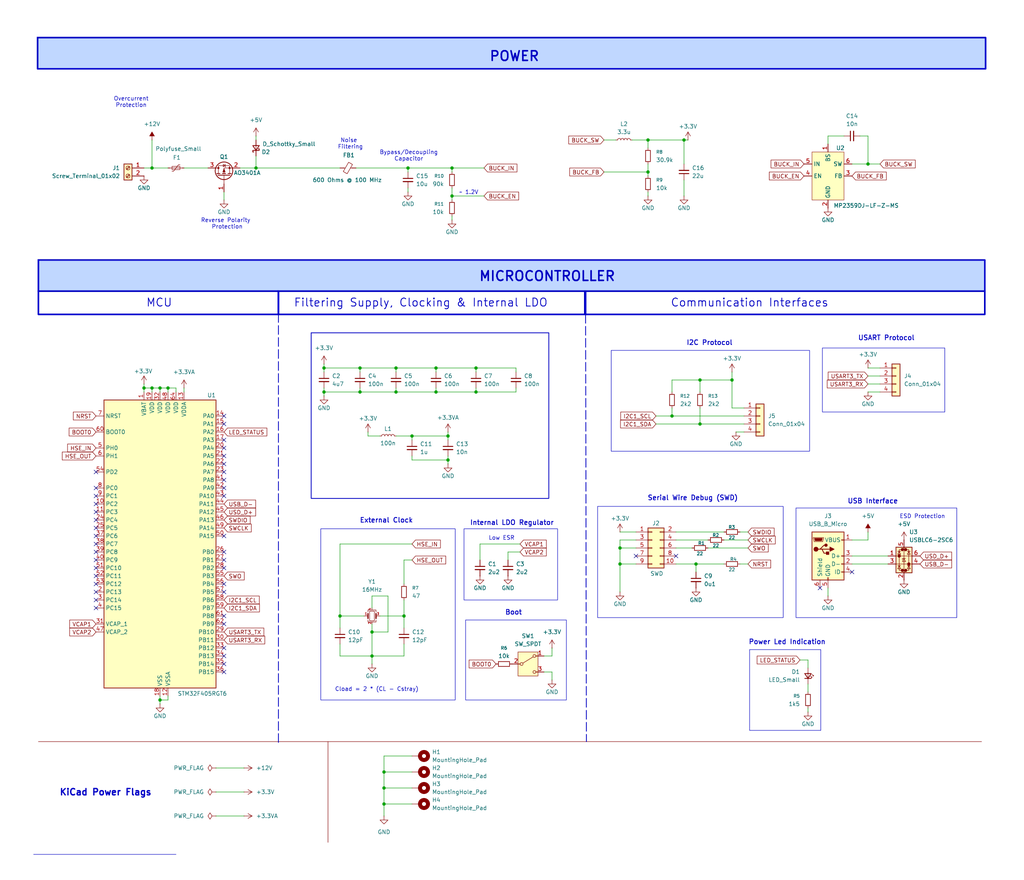
<source format=kicad_sch>
(kicad_sch (version 20250114) (generator "eeschema") (generator_version "9.0")
  (paper "User" 325.12 279.4)
  (title_block (title "STM32F405RGT6 Simple Test Board") (date "2025-11-04") (rev "1.0") (company "@Lendzeg - Nelson Rodriguez"))
  (lib_symbols
    (symbol "Connector:Screw_Terminal_01x02" (pin_names (offset 1.016) (hide yes))
      (property "Reference" "J" (at 0 2.54 0))
      (property "Value" "Screw_Terminal_01x02" (at 0 -5.08 0))
      (symbol "Screw_Terminal_01x02_1_1"
        (pin passive line (at -5.08 0 0) (length 3.81) (name "Pin_1") (number "1"))
        (pin passive line (at -5.08 -2.54 0) (length 3.81) (name "Pin_2") (number "2"))
      )
    )
    (symbol "Connector:USB_B_Micro" (pin_names (offset 1.016))
      (property "Reference" "J" (at -5.08 11.43 0))
      (property "Value" "USB_B_Micro" (at -5.08 8.89 0))
      (symbol "USB_B_Micro_1_1"
        (pin passive line (at -2.54 -10.16 90) (length 2.54) (name "Shield") (number "6"))
        (pin power_out line (at 0 -10.16 90) (length 2.54) (name "GND") (number "5"))
        (pin power_out line (at 7.62 5.08 180) (length 2.54) (name "VBUS") (number "1"))
        (pin bidirectional line (at 7.62 0 180) (length 2.54) (name "D+") (number "3"))
        (pin bidirectional line (at 7.62 -2.54 180) (length 2.54) (name "D-") (number "2"))
        (pin passive line (at 7.62 -5.08 180) (length 2.54) (name "ID") (number "4"))
      )
    )
    (symbol "Connector_Generic:Conn_01x04" (pin_names (offset 1.016) (hide yes))
      (property "Reference" "J" (at 0 5.08 0))
      (property "Value" "Conn_01x04" (at 0 -7.62 0))
      (symbol "Conn_01x04_1_1"
        (pin passive line (at -5.08 2.54 0) (length 3.81) (name "Pin_1") (number "1"))
        (pin passive line (at -5.08 0 0) (length 3.81) (name "Pin_2") (number "2"))
        (pin passive line (at -5.08 -2.54 0) (length 3.81) (name "Pin_3") (number "3"))
        (pin passive line (at -5.08 -5.08 0) (length 3.81) (name "Pin_4") (number "4"))
      )
    )
    (symbol "Connector_Generic:Conn_02x05_Odd_Even" (pin_names (offset 1.016) (hide yes))
      (property "Reference" "J" (at 1.27 7.62 0))
      (property "Value" "Conn_02x05_Odd_Even" (at 1.27 -7.62 0))
      (symbol "Conn_02x05_Odd_Even_1_1"
        (pin passive line (at -5.08 5.08 0) (length 3.81) (name "Pin_1") (number "1"))
        (pin passive line (at -5.08 2.54 0) (length 3.81) (name "Pin_3") (number "3"))
        (pin passive line (at -5.08 0 0) (length 3.81) (name "Pin_5") (number "5"))
        (pin passive line (at -5.08 -2.54 0) (length 3.81) (name "Pin_7") (number "7"))
        (pin passive line (at -5.08 -5.08 0) (length 3.81) (name "Pin_9") (number "9"))
        (pin passive line (at 7.62 5.08 180) (length 3.81) (name "Pin_2") (number "2"))
        (pin passive line (at 7.62 2.54 180) (length 3.81) (name "Pin_4") (number "4"))
        (pin passive line (at 7.62 0 180) (length 3.81) (name "Pin_6") (number "6"))
        (pin passive line (at 7.62 -2.54 180) (length 3.81) (name "Pin_8") (number "8"))
        (pin passive line (at 7.62 -5.08 180) (length 3.81) (name "Pin_10") (number "10"))
      )
    )
    (symbol "Device:C_Small" (pin_numbers (hide yes)) (pin_names (offset 0.254) (hide yes))
      (property "Reference" "C" (at 0.254 1.778 0))
      (property "Value" "C_Small" (at 0.254 -2.032 0))
      (symbol "C_Small_1_1"
        (pin passive line (at 0 2.54 270) (length 2.032) (name "~") (number "1"))
        (pin passive line (at 0 -2.54 90) (length 2.032) (name "~") (number "2"))
      )
    )
    (symbol "Device:Crystal_GND24_Small" (pin_names (offset 1.016) (hide yes))
      (property "Reference" "Y" (at 1.27 4.445 0))
      (property "Value" "Crystal_GND24_Small" (at 1.27 2.54 0))
      (symbol "Crystal_GND24_Small_1_1"
        (pin passive line (at -2.54 0 0) (length 1.27) (name "1") (number "1"))
        (pin passive line (at 0 2.54 270) (length 0.635) (name "4") (number "4"))
        (pin passive line (at 0 -2.54 90) (length 0.635) (name "2") (number "2"))
        (pin passive line (at 2.54 0 180) (length 1.27) (name "3") (number "3"))
      )
    )
    (symbol "Device:D_Schottky_Small" (pin_numbers (hide yes)) (pin_names (offset 0.254) (hide yes))
      (property "Reference" "D" (at -1.27 2.032 0))
      (property "Value" "D_Schottky_Small" (at -7.112 -2.032 0))
      (symbol "D_Schottky_Small_1_1"
        (pin passive line (at -2.54 0 0) (length 1.778) (name "K") (number "1"))
        (pin passive line (at 2.54 0 180) (length 1.778) (name "A") (number "2"))
      )
    )
    (symbol "Device:FerriteBead_Small" (pin_numbers (hide yes)) (pin_names (offset 0))
      (property "Reference" "FB" (at 1.905 1.27 0))
      (property "Value" "FerriteBead_Small" (at 1.905 -1.27 0))
      (symbol "FerriteBead_Small_1_1"
        (pin passive line (at 0 2.54 270) (length 1.27) (name "~") (number "1"))
        (pin passive line (at 0 -2.54 90) (length 1.27) (name "~") (number "2"))
      )
    )
    (symbol "Device:LED_Small" (pin_numbers (hide yes)) (pin_names (offset 0.254) (hide yes))
      (property "Reference" "D" (at -1.27 3.175 0))
      (property "Value" "LED_Small" (at -4.445 -2.54 0))
      (symbol "LED_Small_1_1"
        (pin passive line (at -2.54 0 0) (length 1.778) (name "K") (number "1"))
        (pin passive line (at 2.54 0 180) (length 1.778) (name "A") (number "2"))
      )
    )
    (symbol "Device:L_Small" (pin_numbers (hide yes)) (pin_names (offset 0.254) (hide yes))
      (property "Reference" "L" (at 0.762 1.016 0))
      (property "Value" "L_Small" (at 0.762 -1.016 0))
      (symbol "L_Small_1_1"
        (pin passive line (at 0 2.54 270) (length 0.508) (name "~") (number "1"))
        (pin passive line (at 0 -2.54 90) (length 0.508) (name "~") (number "2"))
      )
    )
    (symbol "Device:Polyfuse_Small" (pin_numbers (hide yes)) (pin_names (offset 0))
      (property "Reference" "F" (at -1.905 0 90))
      (property "Value" "Polyfuse_Small" (at 1.905 0 90))
      (symbol "Polyfuse_Small_1_1"
        (pin passive line (at 0 2.54 270) (length 0.635) (name "~") (number "1"))
        (pin passive line (at 0 -2.54 90) (length 0.635) (name "~") (number "2"))
      )
    )
    (symbol "Device:R_Small" (pin_numbers (hide yes)) (pin_names (offset 0.254) (hide yes))
      (property "Reference" "R" (at 0 0 90))
      (property "Value" "R_Small" (at 1.778 0 90))
      (symbol "R_Small_1_1"
        (pin passive line (at 0 2.54 270) (length 0.762) (name "~") (number "1"))
        (pin passive line (at 0 -2.54 90) (length 0.762) (name "~") (number "2"))
      )
    )
    (symbol "MCU_ST_STM32F4:STM32F405RGTx"
      (property "Reference" "U" (at -17.78 46.99 0))
      (property "Value" "STM32F405RGTx" (at 10.16 46.99 0))
      (symbol "STM32F405RGTx_1_1"
        (pin input line (at -20.32 40.64 0) (length 2.54) (name "NRST") (number "7"))
        (pin input line (at -20.32 35.56 0) (length 2.54) (name "BOOT0") (number "60"))
        (pin bidirectional line (at -20.32 30.48 0) (length 2.54) (name "PH0") (number "5"))
        (pin bidirectional line (at -20.32 27.94 0) (length 2.54) (name "PH1") (number "6"))
        (pin bidirectional line (at -20.32 22.86 0) (length 2.54) (name "PD2") (number "54"))
        (pin bidirectional line (at -20.32 17.78 0) (length 2.54) (name "PC0") (number "8"))
        (pin bidirectional line (at -20.32 15.24 0) (length 2.54) (name "PC1") (number "9"))
        (pin bidirectional line (at -20.32 12.7 0) (length 2.54) (name "PC2") (number "10"))
        (pin bidirectional line (at -20.32 10.16 0) (length 2.54) (name "PC3") (number "11"))
        (pin bidirectional line (at -20.32 7.62 0) (length 2.54) (name "PC4") (number "24"))
        (pin bidirectional line (at -20.32 5.08 0) (length 2.54) (name "PC5") (number "25"))
        (pin bidirectional line (at -20.32 2.54 0) (length 2.54) (name "PC6") (number "37"))
        (pin bidirectional line (at -20.32 0 0) (length 2.54) (name "PC7") (number "38"))
        (pin bidirectional line (at -20.32 -2.54 0) (length 2.54) (name "PC8") (number "39"))
        (pin bidirectional line (at -20.32 -5.08 0) (length 2.54) (name "PC9") (number "40"))
        (pin bidirectional line (at -20.32 -7.62 0) (length 2.54) (name "PC10") (number "51"))
        (pin bidirectional line (at -20.32 -10.16 0) (length 2.54) (name "PC11") (number "52"))
        (pin bidirectional line (at -20.32 -12.7 0) (length 2.54) (name "PC12") (number "53"))
        (pin bidirectional line (at -20.32 -15.24 0) (length 2.54) (name "PC13") (number "2"))
        (pin bidirectional line (at -20.32 -17.78 0) (length 2.54) (name "PC14") (number "3"))
        (pin bidirectional line (at -20.32 -20.32 0) (length 2.54) (name "PC15") (number "4"))
        (pin power_out line (at -20.32 -25.4 0) (length 2.54) (name "VCAP_1") (number "31"))
        (pin power_out line (at -20.32 -27.94 0) (length 2.54) (name "VCAP_2") (number "47"))
        (pin power_in line (at -5.08 48.26 270) (length 2.54) (name "VBAT") (number "1"))
        (pin power_in line (at -2.54 48.26 270) (length 2.54) (name "VDD") (number "19"))
        (pin power_in line (at 0 48.26 270) (length 2.54) (name "VDD") (number "32"))
        (pin power_in line (at 0 -48.26 90) (length 2.54) (name "VSS") (number "18"))
        (pin passive line (at 0 -48.26 90) (length 2.54) (hide yes) (name "VSS") (number "63"))
        (pin power_in line (at 2.54 48.26 270) (length 2.54) (name "VDD") (number "48"))
        (pin power_in line (at 2.54 -48.26 90) (length 2.54) (name "VSSA") (number "12"))
        (pin power_in line (at 5.08 48.26 270) (length 2.54) (name "VDD") (number "64"))
        (pin power_in line (at 7.62 48.26 270) (length 2.54) (name "VDDA") (number "13"))
        (pin bidirectional line (at 20.32 40.64 180) (length 2.54) (name "PA0") (number "14"))
        (pin bidirectional line (at 20.32 38.1 180) (length 2.54) (name "PA1") (number "15"))
        (pin bidirectional line (at 20.32 35.56 180) (length 2.54) (name "PA2") (number "16"))
        (pin bidirectional line (at 20.32 33.02 180) (length 2.54) (name "PA3") (number "17"))
        (pin bidirectional line (at 20.32 30.48 180) (length 2.54) (name "PA4") (number "20"))
        (pin bidirectional line (at 20.32 27.94 180) (length 2.54) (name "PA5") (number "21"))
        (pin bidirectional line (at 20.32 25.4 180) (length 2.54) (name "PA6") (number "22"))
        (pin bidirectional line (at 20.32 22.86 180) (length 2.54) (name "PA7") (number "23"))
        (pin bidirectional line (at 20.32 20.32 180) (length 2.54) (name "PA8") (number "41"))
        (pin bidirectional line (at 20.32 17.78 180) (length 2.54) (name "PA9") (number "42"))
        (pin bidirectional line (at 20.32 15.24 180) (length 2.54) (name "PA10") (number "43"))
        (pin bidirectional line (at 20.32 12.7 180) (length 2.54) (name "PA11") (number "44"))
        (pin bidirectional line (at 20.32 10.16 180) (length 2.54) (name "PA12") (number "45"))
        (pin bidirectional line (at 20.32 7.62 180) (length 2.54) (name "PA13") (number "46"))
        (pin bidirectional line (at 20.32 5.08 180) (length 2.54) (name "PA14") (number "49"))
        (pin bidirectional line (at 20.32 2.54 180) (length 2.54) (name "PA15") (number "50"))
        (pin bidirectional line (at 20.32 -2.54 180) (length 2.54) (name "PB0") (number "26"))
        (pin bidirectional line (at 20.32 -5.08 180) (length 2.54) (name "PB1") (number "27"))
        (pin bidirectional line (at 20.32 -7.62 180) (length 2.54) (name "PB2") (number "28"))
        (pin bidirectional line (at 20.32 -10.16 180) (length 2.54) (name "PB3") (number "55"))
        (pin bidirectional line (at 20.32 -12.7 180) (length 2.54) (name "PB4") (number "56"))
        (pin bidirectional line (at 20.32 -15.24 180) (length 2.54) (name "PB5") (number "57"))
        (pin bidirectional line (at 20.32 -17.78 180) (length 2.54) (name "PB6") (number "58"))
        (pin bidirectional line (at 20.32 -20.32 180) (length 2.54) (name "PB7") (number "59"))
        (pin bidirectional line (at 20.32 -22.86 180) (length 2.54) (name "PB8") (number "61"))
        (pin bidirectional line (at 20.32 -25.4 180) (length 2.54) (name "PB9") (number "62"))
        (pin bidirectional line (at 20.32 -27.94 180) (length 2.54) (name "PB10") (number "29"))
        (pin bidirectional line (at 20.32 -30.48 180) (length 2.54) (name "PB11") (number "30"))
        (pin bidirectional line (at 20.32 -33.02 180) (length 2.54) (name "PB12") (number "33"))
        (pin bidirectional line (at 20.32 -35.56 180) (length 2.54) (name "PB13") (number "34"))
        (pin bidirectional line (at 20.32 -38.1 180) (length 2.54) (name "PB14") (number "35"))
        (pin bidirectional line (at 20.32 -40.64 180) (length 2.54) (name "PB15") (number "36"))
      )
    )
    (symbol "Mechanical:MountingHole_Pad" (pin_numbers (hide yes)) (pin_names (offset 1.016) (hide yes)) (in_bom no)
      (property "Reference" "H" (at 0 6.35 0))
      (property "Value" "MountingHole_Pad" (at 0 4.445 0))
      (symbol "MountingHole_Pad_1_1"
        (pin input line (at 0 -2.54 90) (length 2.54) (name "1") (number "1"))
      )
    )
    (symbol "Power_Protection:USBLC6-2SC6" (pin_names (hide yes))
      (property "Reference" "U" (at 0.635 5.715 0))
      (property "Value" "USBLC6-2SC6" (at 0.635 3.81 0))
      (symbol "USBLC6-2SC6_1_1"
        (pin passive line (at -5.08 0 0) (length 2.54) (name "I/O1") (number "1"))
        (pin passive line (at -5.08 -2.54 0) (length 2.54) (name "I/O2") (number "3"))
        (pin passive line (at 0 5.08 270) (length 2.54) (name "VBUS") (number "5"))
        (pin passive line (at 0 -7.62 90) (length 2.54) (name "GND") (number "2"))
        (pin passive line (at 5.08 0 180) (length 2.54) (name "I/O1") (number "6"))
        (pin passive line (at 5.08 -2.54 180) (length 2.54) (name "I/O2") (number "4"))
      )
    )
    (symbol "Switch:SW_SPDT" (pin_names (offset 0) (hide yes))
      (property "Reference" "SW" (at 0 5.08 0))
      (property "Value" "SW_SPDT" (at 0 -5.08 0))
      (symbol "SW_SPDT_1_1"
        (pin passive line (at -5.08 0 0) (length 2.54) (name "B") (number "2"))
        (pin passive line (at 5.08 2.54 180) (length 2.54) (name "A") (number "1"))
        (pin passive line (at 5.08 -2.54 180) (length 2.54) (name "C") (number "3"))
      )
    )
    (symbol "Transistor_FET:AO3401A" (pin_names (hide yes))
      (property "Reference" "Q" (at 5.08 1.905 0))
      (property "Value" "AO3401A" (at 5.08 0 0))
      (symbol "AO3401A_1_1"
        (pin input line (at -5.08 0 0) (length 2.54) (name "G") (number "1"))
        (pin passive line (at 2.54 5.08 270) (length 2.54) (name "D") (number "3"))
        (pin passive line (at 2.54 -5.08 90) (length 2.54) (name "S") (number "2"))
      )
    )
    (symbol "lendzeg_symbols:MP2359DJ-LF-Z-MS"
      (property "Reference" "U2" (at 10.16 5.08 0))
      (property "Value" "MP2359DJ-LF-Z-MS" (at 9.398 -13.208 0))
      (symbol "MP2359DJ-LF-Z-MS_1_1"
        (pin input line (at 0 0 0) (length 2.54) (name "IN") (number "5"))
        (pin input line (at 0 -3.81 0) (length 2.54) (name "EN") (number "4"))
        (pin input line (at 7.62 6.35 270) (length 2.54) (name "BS") (number "1"))
        (pin power_in line (at 7.62 -13.97 90) (length 2.54) (name "GND") (number "2"))
        (pin output line (at 15.24 0 180) (length 2.54) (name "SW") (number "6"))
        (pin input line (at 15.24 -3.81 180) (length 2.54) (name "FB") (number "3"))
      )
    )
    (symbol "power:+12V" (power) (pin_numbers (hide yes)) (pin_names (offset 0) (hide yes))
      (property "Value" "+12V" (at 0 3.556 0))
      (symbol "+12V_1_1"
        (pin power_in line (at 0 0 90) (length 0) (name "~") (number "1"))
      )
    )
    (symbol "power:+3.3V" (power) (pin_numbers (hide yes)) (pin_names (offset 0) (hide yes))
      (property "Value" "+3.3V" (at 0 3.556 0))
      (symbol "+3.3V_1_1"
        (pin power_in line (at 0 0 90) (length 0) (name "~") (number "1"))
      )
    )
    (symbol "power:+3.3VA" (power) (pin_numbers (hide yes)) (pin_names (offset 0) (hide yes))
      (property "Value" "+3.3VA" (at 0 3.556 0))
      (symbol "+3.3VA_1_1"
        (pin power_in line (at 0 0 90) (length 0) (name "~") (number "1"))
      )
    )
    (symbol "power:GND" (power) (pin_numbers (hide yes)) (pin_names (offset 0) (hide yes))
      (property "Value" "GND" (at 0 -3.81 0))
      (symbol "GND_1_1"
        (pin power_in line (at 0 0 270) (length 0) (name "~") (number "1"))
      )
    )
    (symbol "power:PWR_FLAG" (power) (pin_numbers (hide yes)) (pin_names (offset 0) (hide yes))
      (property "Value" "PWR_FLAG" (at 0 3.81 0))
      (symbol "PWR_FLAG_0_0"
        (pin power_out line (at 0 0 90) (length 0) (name "~") (number "1"))
      )
    )
    (symbol "power:VCOM" (power) (pin_numbers (hide yes)) (pin_names (offset 0) (hide yes))
      (property "Value" "VCOM" (at 0 3.556 0))
      (symbol "VCOM_1_1"
        (pin power_in line (at 0 0 90) (length 0) (name "~") (number "1"))
      )
    )
  )
  (rectangle (start 11.938 11.938) (end 312.928 21.844) (stroke (width 0.508)) (fill (type color) (color 192 215 255 1)))
  (rectangle (start 189.738 160.782) (end 248.666 196.088))
  (rectangle (start 237.998 206.248) (end 260.604 231.902))
  (rectangle (start 12.192 92.456) (end 88.392 99.822) (stroke (width 0.508)))
  (rectangle (start 147.828 196.85) (end 179.832 222.25))
  (rectangle (start 261.112 110.49) (end 299.974 130.81))
  (rectangle (start 88.392 92.456) (end 185.674 99.822) (stroke (width 0.508)))
  (rectangle (start 147.32 167.894) (end 177.038 190.5))
  (rectangle (start 252.73 161.29) (end 303.784 196.088))
  (rectangle (start 12.192 82.55) (end 312.674 92.456) (stroke (width 0.508)) (fill (type color) (color 192 215 255 1)))
  (rectangle (start 185.928 92.456) (end 312.674 99.822) (stroke (width 0.508)))
  (rectangle (start 101.854 167.894) (end 144.526 222.25))
  (rectangle (start 98.806 105.664) (end 174.244 158.242) (stroke (width 0.254)))
  (rectangle (start 194.056 111.252) (end 257.048 143.256))
  (text "Boot" (at 163.068 194.564 0) (effects (font (size 1.524 1.524) (thickness 0.254) (bold yes))))
  (text "MCU" (at 50.546 96.266 0) (effects (font (size 2.54 2.54) (thickness 0.254) (bold yes))))
  (text "KiCad Power Flags" (at 33.528 251.714 0) (effects (font (size 2.032 2.032) (thickness 0.4064) (bold yes))))
  (text "MICROCONTROLLER" (at 173.736 87.884 0) (effects (font (size 3.048 3.048) (thickness 0.508) (bold yes))))
  (text "Low ESR" (at 159.258 170.942 0) (effects (font (size 1.27 1.27))))
  (text "Power Led Indication" (at 249.936 203.962 0) (effects (font (size 1.524 1.524) (thickness 0.254) (bold yes))))
  (text "Overcurrent\nProtection" (at 41.656 32.512 0) (effects (font (size 1.27 1.27))))
  (text "POWER" (at 163.322 18.034 0) (effects (font (size 3.048 3.048) (thickness 0.508) (bold yes))))
  (text "Bypass/Decoupling\nCapacitor" (at 129.794 49.53 0) (effects (font (size 1.27 1.27))))
  (text "~ 1.2V" (at 148.844 61.214 0) (effects (font (size 1.27 1.27))))
  (text "Serial Wire Debug (SWD)" (at 219.964 158.242 0) (effects (font (size 1.524 1.524) (thickness 0.254) (bold yes))))
  (text "USART Protocol" (at 281.432 107.442 0) (effects (font (size 1.524 1.524) (thickness 0.254) (bold yes))))
  (text "USB Interface" (at 277.114 159.258 0) (effects (font (size 1.524 1.524) (thickness 0.254) (bold yes))))
  (text "Internal LDO Regulator" (at 162.56 166.116 0) (effects (font (size 1.524 1.524) (thickness 0.254) (bold yes))))
  (text "External Clock" (at 122.682 165.354 0) (effects (font (size 1.524 1.524) (thickness 0.254) (bold yes))))
  (text "ESD Protection" (at 292.862 164.084 0) (effects (font (size 1.27 1.27))))
  (text "I2C Protocol" (at 225.298 108.966 0) (effects (font (size 1.524 1.524) (thickness 0.254) (bold yes))))
  (text "Cload = 2 * (CL - Cstray)" (at 119.634 218.948 0) (effects (font (size 1.27 1.27))))
  (text "Communication Interfaces" (at 237.998 96.266 0) (effects (font (size 2.54 2.54) (thickness 0.254) (bold yes))))
  (text "Filtering Supply, Clocking & Internal LDO" (at 133.604 96.266 0) (effects (font (size 2.54 2.54) (thickness 0.254) (bold yes))))
  (text "Noise \nFiltering" (at 111.252 45.72 0) (effects (font (size 1.27 1.27))))
  (text "Reverse Polarity \nProtection" (at 72.136 71.12 0) (effects (font (size 1.27 1.27))))
  (junction (at 143.51 62.23))
  (junction (at 125.73 116.84))
  (junction (at 205.74 54.61))
  (junction (at 102.87 124.46))
  (junction (at 275.59 52.07))
  (junction (at 196.85 179.07))
  (junction (at 205.74 44.45))
  (junction (at 114.3 116.84))
  (junction (at 232.41 120.65))
  (junction (at 151.13 124.46))
  (junction (at 48.26 53.34))
  (junction (at 107.95 195.58))
  (junction (at 45.72 123.19))
  (junction (at 125.73 124.46))
  (junction (at 118.11 208.28))
  (junction (at 121.92 255.27))
  (junction (at 118.11 200.66))
  (junction (at 151.13 116.84))
  (junction (at 220.98 179.07))
  (junction (at 53.34 123.19))
  (junction (at 142.24 146.05))
  (junction (at 121.92 250.19))
  (junction (at 138.43 124.46))
  (junction (at 128.27 195.58))
  (junction (at 213.36 132.08))
  (junction (at 142.24 138.43))
  (junction (at 222.25 134.62))
  (junction (at 102.87 116.84))
  (junction (at 48.26 123.19))
  (junction (at 81.28 53.34))
  (junction (at 143.51 53.34))
  (junction (at 138.43 116.84))
  (junction (at 130.81 138.43))
  (junction (at 129.54 53.34))
  (junction (at 50.8 222.25))
  (junction (at 222.25 120.65))
  (junction (at 121.92 245.11))
  (junction (at 217.17 44.45))
  (junction (at 196.85 173.99))
  (junction (at 50.8 123.19))
  (junction (at 114.3 124.46))
  (no_connect (at 30.48 180.34))
  (no_connect (at 71.12 195.58))
  (no_connect (at 30.48 172.72))
  (no_connect (at 71.12 142.24))
  (no_connect (at 201.93 176.53))
  (no_connect (at 30.48 160.02))
  (no_connect (at 30.48 170.18))
  (no_connect (at 30.48 149.86))
  (no_connect (at 30.48 167.64))
  (no_connect (at 71.12 180.34))
  (no_connect (at 71.12 175.26))
  (no_connect (at 71.12 170.18))
  (no_connect (at 30.48 162.56))
  (no_connect (at 71.12 139.7))
  (no_connect (at 71.12 144.78))
  (no_connect (at 260.35 186.69))
  (no_connect (at 71.12 147.32))
  (no_connect (at 30.48 157.48))
  (no_connect (at 71.12 154.94))
  (no_connect (at 30.48 154.94))
  (no_connect (at 71.12 198.12))
  (no_connect (at 30.48 185.42))
  (no_connect (at 71.12 205.74))
  (no_connect (at 30.48 175.26))
  (no_connect (at 270.51 181.61))
  (no_connect (at 30.48 193.04))
  (no_connect (at 71.12 208.28))
  (no_connect (at 71.12 149.86))
  (no_connect (at 71.12 210.82))
  (no_connect (at 30.48 187.96))
  (no_connect (at 71.12 177.8))
  (no_connect (at 71.12 185.42))
  (no_connect (at 71.12 152.4))
  (no_connect (at 71.12 157.48))
  (no_connect (at 30.48 165.1))
  (no_connect (at 71.12 134.62))
  (no_connect (at 71.12 213.36))
  (no_connect (at 30.48 182.88))
  (no_connect (at 30.48 177.8))
  (no_connect (at 30.48 190.5))
  (no_connect (at 71.12 187.96))
  (no_connect (at 71.12 132.08))
  (no_connect (at 214.63 176.53))
  (wire (pts (xy 208.28 134.62) (xy 222.25 134.62)))
  (polyline (pts (xy 104.14 235.458) (xy 104.14 267.462)) (stroke (width 0) (type solid) (color 132 0 0 1)))
  (wire (pts (xy 50.8 222.25) (xy 50.8 223.52)))
  (wire (pts (xy 50.8 220.98) (xy 50.8 222.25)))
  (wire (pts (xy 102.87 115.57) (xy 102.87 116.84)))
  (wire (pts (xy 68.58 251.46) (xy 77.47 251.46)))
  (wire (pts (xy 222.25 120.65) (xy 232.41 120.65)))
  (wire (pts (xy 151.13 123.19) (xy 151.13 124.46)))
  (wire (pts (xy 270.51 176.53) (xy 281.94 176.53)))
  (wire (pts (xy 196.85 171.45) (xy 196.85 173.99)))
  (wire (pts (xy 214.63 179.07) (xy 220.98 179.07)))
  (wire (pts (xy 200.66 44.45) (xy 205.74 44.45)))
  (wire (pts (xy 143.51 59.69) (xy 143.51 62.23)))
  (wire (pts (xy 128.27 177.8) (xy 130.81 177.8)))
  (wire (pts (xy 208.28 132.08) (xy 213.36 132.08)))
  (wire (pts (xy 256.54 209.55) (xy 254 209.55)))
  (wire (pts (xy 143.51 54.61) (xy 143.51 53.34)))
  (wire (pts (xy 232.41 118.11) (xy 232.41 120.65)))
  (wire (pts (xy 217.17 44.45) (xy 218.44 44.45)))
  (wire (pts (xy 275.59 43.18) (xy 275.59 52.07)))
  (wire (pts (xy 143.51 62.23) (xy 153.67 62.23)))
  (wire (pts (xy 50.8 123.19) (xy 53.34 123.19)))
  (wire (pts (xy 232.41 129.54) (xy 236.22 129.54)))
  (wire (pts (xy 201.93 173.99) (xy 196.85 173.99)))
  (wire (pts (xy 205.74 62.23) (xy 205.74 60.96)))
  (wire (pts (xy 53.34 220.98) (xy 53.34 222.25)))
  (wire (pts (xy 138.43 118.11) (xy 138.43 116.84)))
  (wire (pts (xy 58.42 53.34) (xy 66.04 53.34)))
  (wire (pts (xy 229.87 168.91) (xy 214.63 168.91)))
  (wire (pts (xy 262.89 43.18) (xy 267.97 43.18)))
  (wire (pts (xy 114.3 116.84) (xy 125.73 116.84)))
  (polyline (pts (xy 10.668 271.272) (xy 55.88 271.272)))
  (wire (pts (xy 213.36 120.65) (xy 222.25 120.65)))
  (wire (pts (xy 275.59 116.84) (xy 279.4 116.84)))
  (wire (pts (xy 175.26 208.28) (xy 175.26 205.74)))
  (wire (pts (xy 53.34 222.25) (xy 50.8 222.25)))
  (wire (pts (xy 130.81 144.78) (xy 130.81 146.05)))
  (wire (pts (xy 213.36 129.54) (xy 213.36 132.08)))
  (wire (pts (xy 118.11 193.04) (xy 118.11 189.23)))
  (polyline (pts (xy 88.392 99.568) (xy 88.392 235.712)) (stroke (width 0.254) (type dash)))
  (wire (pts (xy 121.92 255.27) (xy 121.92 259.08)))
  (wire (pts (xy 123.19 200.66) (xy 118.11 200.66)))
  (wire (pts (xy 129.54 59.69) (xy 129.54 60.96)))
  (wire (pts (xy 279.4 121.92) (xy 275.59 121.92)))
  (wire (pts (xy 125.73 118.11) (xy 125.73 116.84)))
  (wire (pts (xy 81.28 49.53) (xy 81.28 53.34)))
  (wire (pts (xy 81.28 43.18) (xy 81.28 44.45)))
  (wire (pts (xy 125.73 123.19) (xy 125.73 124.46)))
  (wire (pts (xy 270.51 179.07) (xy 281.94 179.07)))
  (wire (pts (xy 205.74 44.45) (xy 205.74 46.99)))
  (wire (pts (xy 45.72 123.19) (xy 45.72 124.46)))
  (wire (pts (xy 165.1 172.72) (xy 152.4 172.72)))
  (wire (pts (xy 275.59 124.46) (xy 279.4 124.46)))
  (wire (pts (xy 151.13 116.84) (xy 163.83 116.84)))
  (wire (pts (xy 113.03 53.34) (xy 129.54 53.34)))
  (wire (pts (xy 120.65 195.58) (xy 128.27 195.58)))
  (wire (pts (xy 114.3 124.46) (xy 114.3 123.19)))
  (wire (pts (xy 68.58 259.08) (xy 77.47 259.08)))
  (wire (pts (xy 279.4 119.38) (xy 275.59 119.38)))
  (wire (pts (xy 130.81 255.27) (xy 121.92 255.27)))
  (wire (pts (xy 81.28 53.34) (xy 107.95 53.34)))
  (wire (pts (xy 102.87 123.19) (xy 102.87 124.46)))
  (wire (pts (xy 273.05 43.18) (xy 275.59 43.18)))
  (wire (pts (xy 205.74 44.45) (xy 217.17 44.45)))
  (wire (pts (xy 222.25 129.54) (xy 222.25 134.62)))
  (wire (pts (xy 128.27 195.58) (xy 128.27 199.39)))
  (wire (pts (xy 262.89 45.72) (xy 262.89 43.18)))
  (wire (pts (xy 102.87 116.84) (xy 102.87 118.11)))
  (wire (pts (xy 161.29 175.26) (xy 161.29 177.8)))
  (wire (pts (xy 107.95 199.39) (xy 107.95 195.58)))
  (wire (pts (xy 196.85 179.07) (xy 196.85 187.96)))
  (wire (pts (xy 201.93 179.07) (xy 196.85 179.07)))
  (wire (pts (xy 55.88 123.19) (xy 55.88 124.46)))
  (wire (pts (xy 201.93 168.91) (xy 196.85 168.91)))
  (wire (pts (xy 130.81 240.03) (xy 121.92 240.03)))
  (wire (pts (xy 142.24 138.43) (xy 142.24 139.7)))
  (wire (pts (xy 130.81 138.43) (xy 142.24 138.43)))
  (wire (pts (xy 165.1 175.26) (xy 161.29 175.26)))
  (wire (pts (xy 102.87 116.84) (xy 114.3 116.84)))
  (wire (pts (xy 130.81 245.11) (xy 121.92 245.11)))
  (wire (pts (xy 50.8 124.46) (xy 50.8 123.19)))
  (wire (pts (xy 138.43 123.19) (xy 138.43 124.46)))
  (wire (pts (xy 224.79 173.99) (xy 237.49 173.99)))
  (wire (pts (xy 53.34 124.46) (xy 53.34 123.19)))
  (wire (pts (xy 138.43 116.84) (xy 151.13 116.84)))
  (wire (pts (xy 130.81 172.72) (xy 107.95 172.72)))
  (wire (pts (xy 163.83 116.84) (xy 163.83 118.11)))
  (wire (pts (xy 236.22 134.62) (xy 222.25 134.62)))
  (wire (pts (xy 114.3 116.84) (xy 114.3 118.11)))
  (wire (pts (xy 152.4 172.72) (xy 152.4 177.8)))
  (wire (pts (xy 175.26 213.36) (xy 175.26 215.9)))
  (wire (pts (xy 262.89 189.23) (xy 262.89 186.69)))
  (wire (pts (xy 130.81 146.05) (xy 142.24 146.05)))
  (wire (pts (xy 142.24 147.32) (xy 142.24 146.05)))
  (wire (pts (xy 129.54 53.34) (xy 129.54 54.61)))
  (wire (pts (xy 142.24 137.16) (xy 142.24 138.43)))
  (wire (pts (xy 125.73 116.84) (xy 138.43 116.84)))
  (wire (pts (xy 214.63 173.99) (xy 219.71 173.99)))
  (wire (pts (xy 172.72 208.28) (xy 175.26 208.28)))
  (wire (pts (xy 279.4 52.07) (xy 275.59 52.07)))
  (wire (pts (xy 123.19 189.23) (xy 123.19 200.66)))
  (wire (pts (xy 107.95 195.58) (xy 115.57 195.58)))
  (wire (pts (xy 275.59 52.07) (xy 270.51 52.07)))
  (wire (pts (xy 234.95 168.91) (xy 237.49 168.91)))
  (wire (pts (xy 214.63 171.45) (xy 224.79 171.45)))
  (wire (pts (xy 53.34 123.19) (xy 55.88 123.19)))
  (wire (pts (xy 232.41 120.65) (xy 232.41 129.54)))
  (wire (pts (xy 71.12 60.96) (xy 71.12 63.5)))
  (wire (pts (xy 130.81 139.7) (xy 130.81 138.43)))
  (wire (pts (xy 201.93 171.45) (xy 196.85 171.45)))
  (wire (pts (xy 191.77 54.61) (xy 205.74 54.61)))
  (wire (pts (xy 125.73 124.46) (xy 138.43 124.46)))
  (wire (pts (xy 48.26 123.19) (xy 50.8 123.19)))
  (wire (pts (xy 121.92 245.11) (xy 121.92 250.19)))
  (wire (pts (xy 220.98 181.61) (xy 220.98 179.07)))
  (wire (pts (xy 205.74 52.07) (xy 205.74 54.61)))
  (wire (pts (xy 256.54 212.09) (xy 256.54 209.55)))
  (wire (pts (xy 116.84 137.16) (xy 116.84 138.43)))
  (wire (pts (xy 121.92 250.19) (xy 121.92 255.27)))
  (wire (pts (xy 163.83 124.46) (xy 163.83 123.19)))
  (wire (pts (xy 220.98 179.07) (xy 229.87 179.07)))
  (wire (pts (xy 114.3 124.46) (xy 125.73 124.46)))
  (wire (pts (xy 172.72 213.36) (xy 175.26 213.36)))
  (wire (pts (xy 128.27 177.8) (xy 128.27 185.42)))
  (wire (pts (xy 118.11 200.66) (xy 118.11 198.12)))
  (wire (pts (xy 222.25 120.65) (xy 222.25 124.46)))
  (polyline (pts (xy 420.116 109.982) (xy 420.116 110.744)))
  (wire (pts (xy 151.13 118.11) (xy 151.13 116.84)))
  (wire (pts (xy 107.95 208.28) (xy 118.11 208.28)))
  (wire (pts (xy 48.26 124.46) (xy 48.26 123.19)))
  (wire (pts (xy 236.22 137.16) (xy 233.68 137.16)))
  (wire (pts (xy 142.24 146.05) (xy 142.24 144.78)))
  (wire (pts (xy 116.84 138.43) (xy 120.65 138.43)))
  (wire (pts (xy 107.95 172.72) (xy 107.95 195.58)))
  (wire (pts (xy 229.87 171.45) (xy 237.49 171.45)))
  (wire (pts (xy 68.58 243.84) (xy 77.47 243.84)))
  (wire (pts (xy 118.11 200.66) (xy 118.11 208.28)))
  (wire (pts (xy 143.51 62.23) (xy 143.51 63.5)))
  (wire (pts (xy 58.42 123.19) (xy 58.42 124.46)))
  (wire (pts (xy 128.27 208.28) (xy 128.27 204.47)))
  (wire (pts (xy 256.54 224.79) (xy 256.54 226.06)))
  (wire (pts (xy 205.74 54.61) (xy 205.74 55.88)))
  (wire (pts (xy 217.17 44.45) (xy 217.17 52.07)))
  (wire (pts (xy 130.81 250.19) (xy 121.92 250.19)))
  (wire (pts (xy 102.87 124.46) (xy 114.3 124.46)))
  (wire (pts (xy 125.73 138.43) (xy 130.81 138.43)))
  (wire (pts (xy 234.95 179.07) (xy 237.49 179.07)))
  (wire (pts (xy 48.26 53.34) (xy 45.72 53.34)))
  (wire (pts (xy 121.92 240.03) (xy 121.92 245.11)))
  (wire (pts (xy 102.87 124.46) (xy 102.87 125.73)))
  (wire (pts (xy 256.54 217.17) (xy 256.54 219.71)))
  (wire (pts (xy 138.43 124.46) (xy 151.13 124.46)))
  (wire (pts (xy 143.51 53.34) (xy 153.67 53.34)))
  (polyline (pts (xy 185.928 99.822) (xy 186.182 235.458)) (stroke (width 0.254) (type dash)))
  (wire (pts (xy 118.11 208.28) (xy 128.27 208.28)))
  (wire (pts (xy 118.11 208.28) (xy 118.11 210.82)))
  (wire (pts (xy 129.54 53.34) (xy 143.51 53.34)))
  (wire (pts (xy 107.95 204.47) (xy 107.95 208.28)))
  (wire (pts (xy 217.17 57.15) (xy 217.17 62.23)))
  (wire (pts (xy 76.2 53.34) (xy 81.28 53.34)))
  (wire (pts (xy 270.51 171.45) (xy 275.59 171.45)))
  (wire (pts (xy 143.51 69.85) (xy 143.51 68.58)))
  (wire (pts (xy 48.26 44.45) (xy 48.26 53.34)))
  (wire (pts (xy 213.36 120.65) (xy 213.36 124.46)))
  (wire (pts (xy 236.22 132.08) (xy 213.36 132.08)))
  (wire (pts (xy 48.26 53.34) (xy 53.34 53.34)))
  (polyline (pts (xy 311.658 235.458) (xy 12.192 235.458)) (stroke (width 0) (type solid) (color 132 0 0 1)))
  (wire (pts (xy 151.13 124.46) (xy 163.83 124.46)))
  (wire (pts (xy 118.11 189.23) (xy 123.19 189.23)))
  (wire (pts (xy 191.77 44.45) (xy 195.58 44.45)))
  (wire (pts (xy 196.85 173.99) (xy 196.85 179.07)))
  (wire (pts (xy 275.59 168.91) (xy 275.59 171.45)))
  (wire (pts (xy 45.72 121.92) (xy 45.72 123.19)))
  (wire (pts (xy 128.27 190.5) (xy 128.27 195.58)))
  (wire (pts (xy 45.72 123.19) (xy 48.26 123.19)))
  (global_label "LED_STATUS" (shape input) (at 71.12 137.16 0) (property "Intersheetrefs" "${INTERSHEET_REFS}" (effects (hide yes))))
  (global_label "BOOT0" (shape input) (at 30.48 137.16 180) (property "Intersheetrefs" "${INTERSHEET_REFS}" (effects (hide yes))))
  (global_label "VCAP2" (shape input) (at 30.48 200.66 180) (property "Intersheetrefs" "${INTERSHEET_REFS}" (effects (hide yes))))
  (global_label "USD_D+" (shape input) (at 71.12 162.56 0) (property "Intersheetrefs" "${INTERSHEET_REFS}" (effects (hide yes))))
  (global_label "LED_STATUS" (shape input) (at 254 209.55 180) (property "Intersheetrefs" "${INTERSHEET_REFS}" (effects (hide yes))))
  (global_label "USB_D-" (shape input) (at 71.12 160.02 0) (property "Intersheetrefs" "${INTERSHEET_REFS}" (effects (hide yes))))
  (global_label "BUCK_FB" (shape input) (at 270.51 55.88 0) (property "Intersheetrefs" "${INTERSHEET_REFS}" (effects (hide yes))))
  (global_label "BUCK_EN" (shape input) (at 153.67 62.23 0) (property "Intersheetrefs" "${INTERSHEET_REFS}" (effects (hide yes))))
  (global_label "BUCK_FB" (shape input) (at 191.77 54.61 180) (property "Intersheetrefs" "${INTERSHEET_REFS}" (effects (hide yes))))
  (global_label "SWCLK" (shape input) (at 237.49 171.45 0) (property "Intersheetrefs" "${INTERSHEET_REFS}" (effects (hide yes))))
  (global_label "HSE_IN" (shape input) (at 130.81 172.72 0) (property "Intersheetrefs" "${INTERSHEET_REFS}" (effects (hide yes))))
  (global_label "BUCK_SW" (shape input) (at 279.4 52.07 0) (property "Intersheetrefs" "${INTERSHEET_REFS}" (effects (hide yes))))
  (global_label "BUCK_SW" (shape input) (at 191.77 44.45 180) (property "Intersheetrefs" "${INTERSHEET_REFS}" (effects (hide yes))))
  (global_label "I2C1_SCL" (shape input) (at 208.28 132.08 180) (property "Intersheetrefs" "${INTERSHEET_REFS}" (effects (hide yes))))
  (global_label "SWDIO" (shape input) (at 71.12 165.1 0) (property "Intersheetrefs" "${INTERSHEET_REFS}" (effects (hide yes))))
  (global_label "HSE_OUT" (shape input) (at 130.81 177.8 0) (property "Intersheetrefs" "${INTERSHEET_REFS}" (effects (hide yes))))
  (global_label "USB_D-" (shape input) (at 292.1 179.07 0) (property "Intersheetrefs" "${INTERSHEET_REFS}" (effects (hide yes))))
  (global_label "USART3_TX" (shape input) (at 275.59 119.38 180) (property "Intersheetrefs" "${INTERSHEET_REFS}" (effects (hide yes))))
  (global_label "NRST" (shape input) (at 237.49 179.07 0) (property "Intersheetrefs" "${INTERSHEET_REFS}" (effects (hide yes))))
  (global_label "USART3_RX" (shape input) (at 275.59 121.92 180) (property "Intersheetrefs" "${INTERSHEET_REFS}" (effects (hide yes))))
  (global_label "BUCK_IN" (shape input) (at 153.67 53.34 0) (property "Intersheetrefs" "${INTERSHEET_REFS}" (effects (hide yes))))
  (global_label "I2C1_SCL" (shape input) (at 71.12 190.5 0) (property "Intersheetrefs" "${INTERSHEET_REFS}" (effects (hide yes))))
  (global_label "SWDIO" (shape input) (at 237.49 168.91 0) (property "Intersheetrefs" "${INTERSHEET_REFS}" (effects (hide yes))))
  (global_label "I2C1_SDA" (shape input) (at 71.12 193.04 0) (property "Intersheetrefs" "${INTERSHEET_REFS}" (effects (hide yes))))
  (global_label "USART3_TX" (shape input) (at 71.12 200.66 0) (property "Intersheetrefs" "${INTERSHEET_REFS}" (effects (hide yes))))
  (global_label "USD_D+" (shape input) (at 292.1 176.53 0) (property "Intersheetrefs" "${INTERSHEET_REFS}" (effects (hide yes))))
  (global_label "BUCK_EN" (shape input) (at 255.27 55.88 180) (property "Intersheetrefs" "${INTERSHEET_REFS}" (effects (hide yes))))
  (global_label "I2C1_SDA" (shape input) (at 208.28 134.62 180) (property "Intersheetrefs" "${INTERSHEET_REFS}" (effects (hide yes))))
  (global_label "BOOT0" (shape input) (at 157.48 210.82 180) (property "Intersheetrefs" "${INTERSHEET_REFS}" (effects (hide yes))))
  (global_label "VCAP2" (shape input) (at 165.1 175.26 0) (property "Intersheetrefs" "${INTERSHEET_REFS}" (effects (hide yes))))
  (global_label "VCAP1" (shape input) (at 165.1 172.72 0) (property "Intersheetrefs" "${INTERSHEET_REFS}" (effects (hide yes))))
  (global_label "SWO" (shape input) (at 237.49 173.99 0) (property "Intersheetrefs" "${INTERSHEET_REFS}" (effects (hide yes))))
  (global_label "HSE_IN" (shape input) (at 30.48 142.24 180) (property "Intersheetrefs" "${INTERSHEET_REFS}" (effects (hide yes))))
  (global_label "USART3_RX" (shape input) (at 71.12 203.2 0) (property "Intersheetrefs" "${INTERSHEET_REFS}" (effects (hide yes))))
  (global_label "SWO" (shape input) (at 71.12 182.88 0) (property "Intersheetrefs" "${INTERSHEET_REFS}" (effects (hide yes))))
  (global_label "BUCK_IN" (shape input) (at 255.27 52.07 180) (property "Intersheetrefs" "${INTERSHEET_REFS}" (effects (hide yes))))
  (global_label "HSE_OUT" (shape input) (at 30.48 144.78 180) (property "Intersheetrefs" "${INTERSHEET_REFS}" (effects (hide yes))))
  (global_label "SWCLK" (shape input) (at 71.12 167.64 0) (property "Intersheetrefs" "${INTERSHEET_REFS}" (effects (hide yes))))
  (global_label "NRST" (shape input) (at 30.48 132.08 180) (property "Intersheetrefs" "${INTERSHEET_REFS}" (effects (hide yes))))
  (global_label "VCAP1" (shape input) (at 30.48 198.12 180) (property "Intersheetrefs" "${INTERSHEET_REFS}" (effects (hide yes))))
  (symbol (lib_id "Device:R_Small") (at 227.33 171.45 90) (mirror x) (unit 1)
    (property "Reference" "R2" (at 228.346 169.926 90) (effects (font (size 1.016 1.016)) (justify left)))
    (property "Value" "22" (at 228.346 173.228 90) (effects (font (size 1.016 1.016)) (justify left)))
    (property "Description" "Resistor, small symbol" (effects (hide yes)))
  )
  (symbol (lib_id "Device:R_Small") (at 160.02 210.82 90) (unit 1)
    (property "Reference" "R6" (at 160.02 205.74 90) (effects (font (size 1.016 1.016))))
    (property "Value" "10k" (at 160.02 208.28 90))
    (property "Description" "Resistor, small symbol" (effects (hide yes)))
  )
  (symbol (lib_id "power:GND") (at 121.92 259.08 0) (unit 1)
    (property "Reference" "#PWR042" (effects (hide yes)))
    (property "Value" "GND" (at 121.92 264.16 0))
    (property "Description" "Power symbol creates a global label with name \"GND\" , ground" (effects (hide yes)))
  )
  (symbol (lib_id "Device:C_Small") (at 102.87 120.65 0) (unit 1)
    (property "Reference" "C2" (at 105.41 119.3862 0) (effects (justify left)))
    (property "Value" "4u7" (at 105.41 121.9262 0) (effects (justify left)))
    (property "Description" "Unpolarized capacitor, small symbol" (effects (hide yes)))
  )
  (symbol (lib_id "power:GND") (at 71.12 63.5 0) (unit 1)
    (property "Reference" "#PWR024" (effects (hide yes)))
    (property "Value" "GND" (at 71.12 67.31 0))
    (property "Description" "Power symbol creates a global label with name \"GND\" , ground" (effects (hide yes)))
  )
  (symbol (lib_id "power:PWR_FLAG") (at 68.58 259.08 90) (unit 1)
    (property "Reference" "#FLG03" (effects (hide yes)))
    (property "Value" "PWR_FLAG" (at 59.944 259.08 90))
    (property "Description" "Special symbol for telling ERC where power comes from" (effects (hide yes)))
  )
  (symbol (lib_id "Device:R_Small") (at 256.54 222.25 0) (mirror y) (unit 1)
    (property "Reference" "R5" (at 254 220.9799 0) (effects (font (size 1.016 1.016)) (justify left)))
    (property "Value" "1k5" (at 254 223.5199 0) (effects (justify left)))
    (property "Description" "Resistor, small symbol" (effects (hide yes)))
  )
  (symbol (lib_id "power:GND") (at 287.02 184.15 0) (unit 1)
    (property "Reference" "#PWR027" (effects (hide yes)))
    (property "Value" "GND" (at 287.02 187.96 0))
    (property "Description" "Power symbol creates a global label with name \"GND\" , ground" (effects (hide yes)))
  )
  (symbol (lib_id "Device:C_Small") (at 129.54 57.15 0) (unit 1)
    (property "Reference" "C15" (at 132.08 55.8862 0) (effects (justify left)))
    (property "Value" "10u" (at 132.08 58.4262 0) (effects (justify left)))
    (property "Description" "Unpolarized capacitor, small symbol" (effects (hide yes)))
  )
  (symbol (lib_id "power:+3.3V") (at 77.47 243.84 270) (unit 1)
    (property "Reference" "#PWR033" (effects (hide yes)))
    (property "Value" "+12V" (at 81.28 243.8399 90) (effects (justify left)))
    (property "Description" "Power symbol creates a global label with name \"+3.3V\"" (effects (hide yes)))
  )
  (symbol (lib_id "power:PWR_FLAG") (at 68.58 251.46 90) (unit 1)
    (property "Reference" "#FLG02" (effects (hide yes)))
    (property "Value" "PWR_FLAG" (at 64.77 251.4599 90) (effects (justify left)))
    (property "Description" "Special symbol for telling ERC where power comes from" (effects (hide yes)))
  )
  (symbol (lib_id "Device:R_Small") (at 222.25 173.99 90) (mirror x) (unit 1)
    (property "Reference" "R1" (at 223.774 172.466 90) (effects (font (size 1.016 1.016)) (justify left)))
    (property "Value" "22" (at 223.266 175.768 90) (effects (font (size 1.016 1.016)) (justify left)))
    (property "Description" "Resistor, small symbol" (effects (hide yes)))
  )
  (symbol (lib_id "Mechanical:MountingHole_Pad") (at 133.35 245.11 270) (unit 1) (in_bom no)
    (property "Reference" "H2" (at 137.16 243.8399 90) (effects (justify left)))
    (property "Value" "MountingHole_Pad" (at 137.16 246.3799 90) (effects (justify left)))
    (property "Description" "Mounting Hole with connection" (effects (hide yes)))
  )
  (symbol (lib_id "power:GND") (at 50.8 223.52 0) (unit 1)
    (property "Reference" "#PWR08" (effects (hide yes)))
    (property "Value" "GND" (at 50.8 227.33 0))
    (property "Description" "Power symbol creates a global label with name \"GND\" , ground" (effects (hide yes)))
  )
  (symbol (lib_id "Device:C_Small") (at 125.73 120.65 0) (unit 1)
    (property "Reference" "C5" (at 128.27 119.3862 0) (effects (justify left)))
    (property "Value" "100n" (at 128.27 121.9262 0) (effects (justify left)))
    (property "Description" "Unpolarized capacitor, small symbol" (effects (hide yes)))
  )
  (symbol (lib_id "Device:C_Small") (at 152.4 180.34 0) (unit 1)
    (property "Reference" "C1" (at 154.94 179.0762 0) (effects (justify left)))
    (property "Value" "2u2" (at 154.94 181.6162 0) (effects (justify left)))
    (property "Description" "Unpolarized capacitor, small symbol" (effects (hide yes)))
  )
  (symbol (lib_id "power:+3.3V") (at 77.47 251.46 270) (unit 1)
    (property "Reference" "#PWR036" (effects (hide yes)))
    (property "Value" "+3.3V" (at 81.28 251.4599 90) (effects (justify left)))
    (property "Description" "Power symbol creates a global label with name \"+3.3V\"" (effects (hide yes)))
  )
  (symbol (lib_id "power:GND") (at 175.26 215.9 0) (unit 1)
    (property "Reference" "#PWR019" (effects (hide yes)))
    (property "Value" "GND" (at 175.26 219.71 0))
    (property "Description" "Power symbol creates a global label with name \"GND\" , ground" (effects (hide yes)))
  )
  (symbol (lib_id "Device:R_Small") (at 143.51 66.04 0) (mirror y) (unit 1)
    (property "Reference" "R11" (at 140.97 64.7699 0) (effects (font (size 1.016 1.016)) (justify left)))
    (property "Value" "10k" (at 140.97 67.3099 0) (effects (justify left)))
    (property "Description" "Resistor, small symbol" (effects (hide yes)))
  )
  (symbol (lib_id "power:GND") (at 217.17 62.23 0) (unit 1)
    (property "Reference" "#PWR031" (effects (hide yes)))
    (property "Value" "GND" (at 217.17 66.04 0))
    (property "Description" "Power symbol creates a global label with name \"GND\" , ground" (effects (hide yes)))
  )
  (symbol (lib_id "MCU_ST_STM32F4:STM32F405RGTx") (at 50.8 172.72 0) (unit 1)
    (property "Reference" "U1" (at 65.786 125.476 0) (effects (justify left)))
    (property "Value" "STM32F405RGT6" (at 56.388 220.218 0) (effects (justify left)))
    (property "Footprint" "Package_QFP:LQFP-64_10x10mm_P0.5mm" (effects (hide yes)))
    (property "Datasheet" "https://www.st.com/resource/en/datasheet/stm32f405rg.pdf" (effects (hide yes)))
    (property "Description" "STMicroelectronics Arm Cortex-M4 MCU, 1024KB flash, 192KB RAM, 168 MHz, 1.8-3.6V, 51 GPIO, LQFP64" (effects (hide yes)))
  )
  (symbol (lib_id "Device:C_Small") (at 151.13 120.65 0) (unit 1)
    (property "Reference" "C7" (at 153.67 119.3862 0) (effects (justify left)))
    (property "Value" "100n" (at 153.67 121.9262 0) (effects (justify left)))
    (property "Description" "Unpolarized capacitor, small symbol" (effects (hide yes)))
  )
  (symbol (lib_id "Device:FerriteBead_Small") (at 110.49 53.34 90) (unit 1)
    (property "Reference" "FB1" (at 110.744 49.276 90))
    (property "Value" "600 Ohms @ 100 MHz" (at 110.236 57.15 90))
    (property "Description" "Ferrite bead, small symbol" (effects (hide yes)))
  )
  (symbol (lib_id "power:+3.3V") (at 175.26 205.74 0) (unit 1)
    (property "Reference" "#PWR018" (effects (hide yes)))
    (property "Value" "+3.3V" (at 175.26 200.66 0))
    (property "Description" "Power symbol creates a global label with name \"+3.3V\"" (effects (hide yes)))
  )
  (symbol (lib_id "power:GND") (at 196.85 187.96 0) (unit 1)
    (property "Reference" "#PWR011" (effects (hide yes)))
    (property "Value" "GND" (at 196.85 191.77 0))
    (property "Description" "Power symbol creates a global label with name \"GND\" , ground" (effects (hide yes)))
  )
  (symbol (lib_id "power:+12V") (at 81.28 43.18 0) (unit 1)
    (property "Reference" "#PWR025" (effects (hide yes)))
    (property "Value" "+5V" (at 81.28 38.1 0))
    (property "Description" "Power symbol creates a global label with name \"+12V\"" (effects (hide yes)))
  )
  (symbol (lib_id "Device:C_Small") (at 270.51 43.18 90) (unit 1)
    (property "Reference" "C14" (at 270.5163 36.83 90))
    (property "Value" "10n" (at 270.5163 39.37 90))
    (property "Description" "Unpolarized capacitor, small symbol" (effects (hide yes)))
  )
  (symbol (lib_id "Device:C_Small") (at 217.17 54.61 180) (unit 1)
    (property "Reference" "C16" (at 219.71 53.3335 0) (effects (justify right)))
    (property "Value" "22u" (at 219.71 55.8735 0) (effects (justify right)))
    (property "Description" "Unpolarized capacitor, small symbol" (effects (hide yes)))
  )
  (symbol (lib_id "power:+3.3VA") (at 142.24 137.16 0) (unit 1)
    (property "Reference" "#PWR017" (effects (hide yes)))
    (property "Value" "+3.3VA" (at 142.24 132.588 0))
    (property "Description" "Power symbol creates a global label with name \"+3.3VA\"" (effects (hide yes)))
  )
  (symbol (lib_id "power:GND") (at 102.87 125.73 0) (unit 1)
    (property "Reference" "#PWR05" (effects (hide yes)))
    (property "Value" "GND" (at 102.87 129.54 0))
    (property "Description" "Power symbol creates a global label with name \"GND\" , ground" (effects (hide yes)))
  )
  (symbol (lib_id "Connector:Screw_Terminal_01x02") (at 40.64 53.34 0) (mirror y) (unit 1)
    (property "Reference" "J1" (at 38.1 53.3399 0) (effects (justify left)))
    (property "Value" "Screw_Terminal_01x02" (at 38.1 55.8799 0) (effects (justify left)))
    (property "Description" "Generic screw terminal, single row, 01x02, script generated (kicad-library-utils/schlib/autogen/connector/)" (effects (hide yes)))
  )
  (symbol (lib_id "Device:R_Small") (at 232.41 179.07 90) (mirror x) (unit 1)
    (property "Reference" "R4" (at 233.934 177.546 90) (effects (font (size 1.016 1.016)) (justify left)))
    (property "Value" "22" (at 233.426 180.848 90) (effects (font (size 1.016 1.016)) (justify left)))
    (property "Description" "Resistor, small symbol" (effects (hide yes)))
  )
  (symbol (lib_id "power:+3.3V") (at 275.59 116.84 0) (unit 1)
    (property "Reference" "#PWR039" (effects (hide yes)))
    (property "Value" "+3.3V" (at 275.59 112.522 0))
    (property "Description" "Power symbol creates a global label with name \"+3.3V\"" (effects (hide yes)))
  )
  (symbol (lib_id "Mechanical:MountingHole_Pad") (at 133.35 250.19 270) (unit 1) (in_bom no)
    (property "Reference" "H3" (at 137.16 248.9199 90) (effects (justify left)))
    (property "Value" "MountingHole_Pad" (at 137.16 251.4599 90) (effects (justify left)))
    (property "Description" "Mounting Hole with connection" (effects (hide yes)))
  )
  (symbol (lib_id "Connector:USB_B_Micro") (at 262.89 176.53 0) (unit 1)
    (property "Reference" "J3" (at 262.89 163.83 0))
    (property "Value" "USB_B_Micro" (at 262.89 166.37 0))
    (property "Footprint" "Connector_USB:USB_C_Receptacle_GCT_USB4125-xx-x-0190_6P_TopMnt_Horizontal" (effects (hide yes)))
    (property "Description" "USB Micro Type B connector" (effects (hide yes)))
  )
  (symbol (lib_id "Device:LED_Small") (at 256.54 214.63 270) (mirror x) (unit 1)
    (property "Reference" "D1" (at 254 213.2964 90) (effects (justify right)))
    (property "Value" "LED_Small" (at 254 215.8364 90) (effects (justify right)))
    (property "Description" "Light emitting diode, small symbol" (effects (hide yes)))
    (property "Sim.Pin" "1=K 2=A" (effects (hide yes)))
  )
  (symbol (lib_id "power:+3.3V") (at 102.87 115.57 0) (unit 1)
    (property "Reference" "#PWR04" (effects (hide yes)))
    (property "Value" "+3.3V" (at 102.87 110.49 0))
    (property "Description" "Power symbol creates a global label with name \"+3.3V\"" (effects (hide yes)))
  )
  (symbol (lib_id "Device:Polyfuse_Small") (at 55.88 53.34 270) (unit 1)
    (property "Reference" "F1" (at 56.134 50.038 90))
    (property "Value" "Polyfuse_Small" (at 56.642 47.244 90))
    (property "Description" "Resettable fuse, polymeric positive temperature coefficient, small symbol" (effects (hide yes)))
  )
  (symbol (lib_id "Device:R_Small") (at 128.27 187.96 0) (unit 1)
    (property "Reference" "R7" (at 130.81 186.6899 0) (effects (font (size 1.016 1.016)) (justify left)))
    (property "Value" "47" (at 130.81 189.2299 0) (effects (justify left)))
    (property "Description" "Resistor, small symbol" (effects (hide yes)))
  )
  (symbol (lib_id "power:VCOM") (at 275.59 168.91 0) (unit 1)
    (property "Reference" "#PWR022" (effects (hide yes)))
    (property "Value" "+5V" (at 275.59 163.83 0))
    (property "Description" "Power symbol creates a global label with name \"VCOM\"" (effects (hide yes)))
  )
  (symbol (lib_id "power:+3.3V") (at 45.72 121.92 0) (unit 1)
    (property "Reference" "#PWR07" (effects (hide yes)))
    (property "Value" "+3.3V" (at 45.466 117.856 0))
    (property "Description" "Power symbol creates a global label with name \"+3.3V\"" (effects (hide yes)))
  )
  (symbol (lib_id "power:GND") (at 275.59 124.46 0) (unit 1)
    (property "Reference" "#PWR041" (effects (hide yes)))
    (property "Value" "GND" (at 275.59 128.27 0))
    (property "Description" "Power symbol creates a global label with name \"GND\" , ground" (effects (hide yes)))
  )
  (symbol (lib_id "power:GND") (at 220.98 186.69 0) (unit 1)
    (property "Reference" "#PWR012" (effects (hide yes)))
    (property "Value" "GND" (at 220.98 190.5 0))
    (property "Description" "Power symbol creates a global label with name \"GND\" , ground" (effects (hide yes)))
  )
  (symbol (lib_id "Device:C_Small") (at 138.43 120.65 0) (unit 1)
    (property "Reference" "C6" (at 140.97 119.3862 0) (effects (justify left)))
    (property "Value" "100n" (at 140.97 121.9262 0) (effects (justify left)))
    (property "Description" "Unpolarized capacitor, small symbol" (effects (hide yes)))
  )
  (symbol (lib_id "power:GND") (at 161.29 182.88 0) (unit 1)
    (property "Reference" "#PWR06" (effects (hide yes)))
    (property "Value" "GND" (at 161.29 186.69 0))
    (property "Description" "Power symbol creates a global label with name \"GND\" , ground" (effects (hide yes)))
  )
  (symbol (lib_id "power:GND") (at 142.24 147.32 0) (unit 1)
    (property "Reference" "#PWR015" (effects (hide yes)))
    (property "Value" "GND" (at 142.24 151.13 0))
    (property "Description" "Power symbol creates a global label with name \"GND\" , ground" (effects (hide yes)))
  )
  (symbol (lib_id "Device:R_Small") (at 222.25 127 0) (unit 1)
    (property "Reference" "R13" (at 224.79 125.7299 0) (effects (font (size 1.016 1.016)) (justify left)))
    (property "Value" "2k2" (at 224.79 128.2699 0) (effects (justify left)))
    (property "Description" "Resistor, small symbol" (effects (hide yes)))
  )
  (symbol (lib_id "Device:R_Small") (at 143.51 57.15 0) (mirror y) (unit 1)
    (property "Reference" "R10" (at 140.97 55.8799 0) (effects (font (size 1.016 1.016)) (justify left)))
    (property "Value" "90k" (at 140.97 58.4199 0) (effects (justify left)))
    (property "Description" "Resistor, small symbol" (effects (hide yes)))
  )
  (symbol (lib_id "Device:R_Small") (at 232.41 168.91 90) (mirror x) (unit 1)
    (property "Reference" "R3" (at 233.426 167.386 90) (effects (font (size 1.016 1.016)) (justify left)))
    (property "Value" "22" (at 233.426 170.688 90) (effects (font (size 1.016 1.016)) (justify left)))
    (property "Description" "Resistor, small symbol" (effects (hide yes)))
  )
  (symbol (lib_id "Mechanical:MountingHole_Pad") (at 133.35 240.03 270) (unit 1) (in_bom no)
    (property "Reference" "H1" (at 137.16 238.7599 90) (effects (justify left)))
    (property "Value" "MountingHole_Pad" (at 137.16 241.2999 90) (effects (justify left)))
    (property "Description" "Mounting Hole with connection" (effects (hide yes)))
  )
  (symbol (lib_id "Power_Protection:USBLC6-2SC6") (at 287.02 176.53 0) (unit 1)
    (property "Reference" "U3" (at 288.6711 168.91 0) (effects (justify left)))
    (property "Value" "USBLC6-2SC6" (at 288.6711 171.45 0) (effects (justify left)))
    (property "Footprint" "Package_TO_SOT_SMD:SOT-23-6" (effects (hide yes)))
    (property "Datasheet" "https://www.st.com/resource/en/datasheet/usblc6-2.pdf" (effects (hide yes)))
    (property "Description" "Very low capacitance ESD protection diode, 2 data-line, SOT-23-6" (effects (hide yes)))
  )
  (symbol (lib_id "power:GND") (at 256.54 226.06 0) (mirror y) (unit 1)
    (property "Reference" "#PWR014" (effects (hide yes)))
    (property "Value" "GND" (at 256.54 229.87 0))
    (property "Description" "Power symbol creates a global label with name \"GND\" , ground" (effects (hide yes)))
  )
  (symbol (lib_id "Connector_Generic:Conn_01x04") (at 284.48 119.38 0) (unit 1)
    (property "Reference" "J4" (at 287.02 119.3799 0) (effects (justify left)))
    (property "Value" "Conn_01x04" (at 287.02 121.9199 0) (effects (justify left)))
    (property "Description" "Generic connector, single row, 01x04, script generated (kicad-library-utils/schlib/autogen/connector/)" (effects (hide yes)))
  )
  (symbol (lib_id "Device:C_Small") (at 114.3 120.65 0) (unit 1)
    (property "Reference" "C4" (at 116.84 119.3862 0) (effects (justify left)))
    (property "Value" "100n" (at 116.84 121.9262 0) (effects (justify left)))
    (property "Description" "Unpolarized capacitor, small symbol" (effects (hide yes)))
  )
  (symbol (lib_id "Connector_Generic:Conn_02x05_Odd_Even") (at 207.01 173.99 0) (unit 1)
    (property "Reference" "J2" (at 208.28 166.116 0))
    (property "Value" "SWD" (at 208.534 182.118 0))
    (property "Description" "Generic connector, double row, 02x05, odd/even pin numbering scheme (row 1 odd numbers, row 2 even numbers), script generated (kicad-library-utils/schlib/autogen/connector/)" (effects (hide yes)))
  )
  (symbol (lib_id "power:GND") (at 129.54 60.96 0) (unit 1)
    (property "Reference" "#PWR028" (effects (hide yes)))
    (property "Value" "GND" (at 129.54 64.77 0))
    (property "Description" "Power symbol creates a global label with name \"GND\" , ground" (effects (hide yes)))
  )
  (symbol (lib_id "power:GND") (at 118.11 210.82 0) (unit 1)
    (property "Reference" "#PWR016" (effects (hide yes)))
    (property "Value" "GND" (at 118.11 214.63 0))
    (property "Description" "Power symbol creates a global label with name \"GND\" , ground" (effects (hide yes)))
  )
  (symbol (lib_id "Device:D_Schottky_Small") (at 81.28 46.99 90) (unit 1)
    (property "Reference" "D2" (at 83.058 48.26 90) (effects (justify right)))
    (property "Value" "D_Schottky_Small" (at 83.312 45.72 90) (effects (justify right)))
    (property "Description" "Schottky diode, small symbol" (effects (hide yes)))
  )
  (symbol (lib_id "Device:L_Small") (at 198.12 44.45 90) (unit 1)
    (property "Reference" "L2" (at 198.12 39.37 90))
    (property "Value" "3.3u" (at 198.12 41.91 90))
    (property "Description" "Inductor, small symbol" (effects (hide yes)))
  )
  (symbol (lib_id "power:GND") (at 262.89 66.04 0) (unit 1)
    (property "Reference" "#PWR023" (effects (hide yes)))
    (property "Value" "GND" (at 262.89 69.85 0))
    (property "Description" "Power symbol creates a global label with name \"GND\" , ground" (effects (hide yes)))
  )
  (symbol (lib_id "power:+3.3V") (at 77.47 259.08 270) (unit 1)
    (property "Reference" "#PWR037" (effects (hide yes)))
    (property "Value" "+3.3VA" (at 81.28 259.0799 90) (effects (justify left)))
    (property "Description" "Power symbol creates a global label with name \"+3.3V\"" (effects (hide yes)))
  )
  (symbol (lib_id "power:+3.3VA") (at 58.42 123.19 0) (unit 1)
    (property "Reference" "#PWR09" (effects (hide yes)))
    (property "Value" "+3.3VA" (at 58.42 118.11 0))
    (property "Description" "Power symbol creates a global label with name \"+3.3VA\"" (effects (hide yes)))
  )
  (symbol (lib_id "Device:R_Small") (at 205.74 58.42 0) (unit 1)
    (property "Reference" "R9" (at 208.28 57.1499 0) (effects (font (size 1.016 1.016)) (justify left)))
    (property "Value" "10k" (at 208.28 59.6899 0) (effects (justify left)))
    (property "Description" "Resistor, small symbol" (effects (hide yes)))
  )
  (symbol (lib_id "power:+3.3V") (at 116.84 137.16 0) (unit 1)
    (property "Reference" "#PWR013" (effects (hide yes)))
    (property "Value" "+3.3V" (at 116.84 132.842 0))
    (property "Description" "Power symbol creates a global label with name \"+3.3V\"" (effects (hide yes)))
  )
  (symbol (lib_id "Connector_Generic:Conn_01x04") (at 241.3 132.08 0) (unit 1)
    (property "Reference" "J5" (at 243.84 132.0799 0) (effects (justify left)))
    (property "Value" "Conn_01x04" (at 243.84 134.6199 0) (effects (justify left)))
    (property "Description" "Generic connector, single row, 01x04, script generated (kicad-library-utils/schlib/autogen/connector/)" (effects (hide yes)))
  )
  (symbol (lib_id "power:GND") (at 262.89 189.23 0) (unit 1)
    (property "Reference" "#PWR020" (effects (hide yes)))
    (property "Value" "GND" (at 262.89 193.04 0))
    (property "Description" "Power symbol creates a global label with name \"GND\" , ground" (effects (hide yes)))
  )
  (symbol (lib_id "Device:C_Small") (at 163.83 120.65 0) (unit 1)
    (property "Reference" "C8" (at 166.37 119.3862 0) (effects (justify left)))
    (property "Value" "100n" (at 166.37 121.9262 0) (effects (justify left)))
    (property "Description" "Unpolarized capacitor, small symbol" (effects (hide yes)))
  )
  (symbol (lib_id "power:+3.3V") (at 232.41 118.11 0) (unit 1)
    (property "Reference" "#PWR038" (effects (hide yes)))
    (property "Value" "+3.3V" (at 232.41 113.792 0))
    (property "Description" "Power symbol creates a global label with name \"+3.3V\"" (effects (hide yes)))
  )
  (symbol (lib_id "lendzeg_symbols:MP2359DJ-LF-Z-MS") (at 255.27 52.07 0) (unit 1)
    (property "Reference" "U2" (at 265.43 46.99 0) (effects (justify left)))
    (property "Value" "MP2359DJ-LF-Z-MS" (at 264.668 65.278 0) (effects (justify left)))
    (property "Datasheet" "kicad-embed://MP2359DJ-LF-Z-MS.pdf" (effects (hide yes)))
    (property "Description" "High frequency, synchronous, rectified, step-down, switch-mode converter with internal power mosfets" (effects (hide yes)))
  )
  (symbol (lib_id "power:GND") (at 152.4 182.88 0) (unit 1)
    (property "Reference" "#PWR01" (effects (hide yes)))
    (property "Value" "GND" (at 152.4 186.69 0))
    (property "Description" "Power symbol creates a global label with name \"GND\" , ground" (effects (hide yes)))
  )
  (symbol (lib_id "Device:C_Small") (at 161.29 180.34 0) (unit 1)
    (property "Reference" "C3" (at 163.83 179.0762 0) (effects (justify left)))
    (property "Value" "2u2" (at 163.83 181.6162 0) (effects (justify left)))
    (property "Description" "Unpolarized capacitor, small symbol" (effects (hide yes)))
  )
  (symbol (lib_id "power:VCOM") (at 48.26 44.45 0) (unit 1)
    (property "Reference" "#PWR02" (effects (hide yes)))
    (property "Value" "+12V" (at 48.26 39.37 0))
    (property "Description" "Power symbol creates a global label with name \"VCOM\"" (effects (hide yes)))
  )
  (symbol (lib_id "power:GND") (at 143.51 69.85 0) (unit 1)
    (property "Reference" "#PWR030" (effects (hide yes)))
    (property "Value" "GND" (at 143.51 73.66 0))
    (property "Description" "Power symbol creates a global label with name \"GND\" , ground" (effects (hide yes)))
  )
  (symbol (lib_id "Mechanical:MountingHole_Pad") (at 133.35 255.27 270) (unit 1) (in_bom no)
    (property "Reference" "H4" (at 137.16 253.9999 90) (effects (justify left)))
    (property "Value" "MountingHole_Pad" (at 137.16 256.5399 90) (effects (justify left)))
    (property "Description" "Mounting Hole with connection" (effects (hide yes)))
  )
  (symbol (lib_id "Device:R_Small") (at 213.36 127 0) (unit 1)
    (property "Reference" "R12" (at 215.9 125.7299 0) (effects (font (size 1.016 1.016)) (justify left)))
    (property "Value" "2k2" (at 215.9 128.2699 0) (effects (justify left)))
    (property "Description" "Resistor, small symbol" (effects (hide yes)))
  )
  (symbol (lib_id "power:+3.3V") (at 218.44 44.45 0) (unit 1)
    (property "Reference" "#PWR032" (effects (hide yes)))
    (property "Value" "+3.3V" (at 218.44 40.132 0))
    (property "Description" "Power symbol creates a global label with name \"+3.3V\"" (effects (hide yes)))
  )
  (symbol (lib_id "Device:C_Small") (at 220.98 184.15 0) (unit 1)
    (property "Reference" "C9" (at 223.52 182.8862 0) (effects (justify left)))
    (property "Value" "0u1" (at 223.52 185.4262 0) (effects (justify left)))
    (property "Description" "Unpolarized capacitor, small symbol" (effects (hide yes)))
  )
  (symbol (lib_id "Device:C_Small") (at 130.81 142.24 0) (unit 1)
    (property "Reference" "C11" (at 133.35 140.9762 0) (effects (justify left)))
    (property "Value" "1u" (at 133.35 143.5162 0) (effects (justify left)))
    (property "Description" "Unpolarized capacitor, small symbol" (effects (hide yes)))
  )
  (symbol (lib_id "Device:L_Small") (at 123.19 138.43 90) (unit 1)
    (property "Reference" "L1" (at 123.19 136.144 90))
    (property "Value" "100n" (at 123.19 140.716 90))
    (property "Description" "Inductor, small symbol" (effects (hide yes)))
  )
  (symbol (lib_id "Device:C_Small") (at 107.95 201.93 0) (unit 1)
    (property "Reference" "C10" (at 110.49 200.6662 0) (effects (justify left)))
    (property "Value" "12pF" (at 110.49 203.2062 0) (effects (justify left)))
    (property "Description" "Unpolarized capacitor, small symbol" (effects (hide yes)))
  )
  (symbol (lib_id "Device:C_Small") (at 142.24 142.24 0) (unit 1)
    (property "Reference" "C13" (at 144.78 140.9762 0) (effects (justify left)))
    (property "Value" "10n" (at 144.78 143.5162 0) (effects (justify left)))
    (property "Description" "Unpolarized capacitor, small symbol" (effects (hide yes)))
  )
  (symbol (lib_id "power:GND") (at 233.68 137.16 0) (unit 1)
    (property "Reference" "#PWR040" (effects (hide yes)))
    (property "Value" "GND" (at 233.68 140.97 0))
    (property "Description" "Power symbol creates a global label with name \"GND\" , ground" (effects (hide yes)))
  )
  (symbol (lib_id "power:+12V") (at 287.02 171.45 0) (unit 1)
    (property "Reference" "#PWR026" (effects (hide yes)))
    (property "Value" "+5V" (at 287.02 166.37 0))
    (property "Description" "Power symbol creates a global label with name \"+12V\"" (effects (hide yes)))
  )
  (symbol (lib_id "power:GND") (at 205.74 62.23 0) (unit 1)
    (property "Reference" "#PWR029" (effects (hide yes)))
    (property "Value" "GND" (at 205.74 66.04 0))
    (property "Description" "Power symbol creates a global label with name \"GND\" , ground" (effects (hide yes)))
  )
  (symbol (lib_id "Device:Crystal_GND24_Small") (at 118.11 195.58 0) (unit 1)
    (property "Reference" "Y1" (at 118.11 184.658 0))
    (property "Value" "16MHz" (at 118.11 187.198 0))
    (property "Description" "Four pin crystal, GND on pins 2 and 4, small symbol" (effects (hide yes)))
  )
  (symbol (lib_id "Switch:SW_SPDT") (at 167.64 210.82 0) (unit 1)
    (property "Reference" "SW1" (at 167.64 201.93 0))
    (property "Value" "SW_SPDT" (at 167.64 204.47 0))
    (property "Description" "Switch, single pole double throw" (effects (hide yes)))
  )
  (symbol (lib_id "power:+3.3V") (at 196.85 168.91 0) (unit 1)
    (property "Reference" "#PWR010" (effects (hide yes)))
    (property "Value" "+3.3V" (at 196.85 164.592 0))
    (property "Description" "Power symbol creates a global label with name \"+3.3V\"" (effects (hide yes)))
  )
  (symbol (lib_id "power:GND") (at 45.72 55.88 0) (unit 1)
    (property "Reference" "#PWR03" (effects (hide yes)))
    (property "Value" "GND" (at 45.72 59.69 0))
    (property "Description" "Power symbol creates a global label with name \"GND\" , ground" (effects (hide yes)))
  )
  (symbol (lib_id "Device:C_Small") (at 128.27 201.93 0) (unit 1)
    (property "Reference" "C12" (at 130.81 200.6662 0) (effects (justify left)))
    (property "Value" "12pF" (at 130.81 203.2062 0) (effects (justify left)))
    (property "Description" "Unpolarized capacitor, small symbol" (effects (hide yes)))
  )
  (symbol (lib_id "power:PWR_FLAG") (at 68.58 243.84 90) (unit 1)
    (property "Reference" "#FLG01" (effects (hide yes)))
    (property "Value" "PWR_FLAG" (at 64.77 243.8399 90) (effects (justify left)))
    (property "Description" "Special symbol for telling ERC where power comes from" (effects (hide yes)))
  )
  (symbol (lib_id "Transistor_FET:AO3401A") (at 71.12 55.88 90) (unit 1)
    (property "Reference" "Q1" (at 71.12 49.784 90))
    (property "Value" "AO3401A" (at 78.486 54.864 90))
    (property "Footprint" "Package_TO_SOT_SMD:SOT-23" (effects (hide yes)))
    (property "Datasheet" "http://www.aosmd.com/pdfs/datasheet/AO3401A.pdf" (effects (hide yes)))
    (property "Description" "-4.0A Id, -30V Vds, P-Channel MOSFET, SOT-23" (effects (hide yes)))
  )
  (symbol (lib_id "Device:R_Small") (at 205.74 49.53 0) (unit 1)
    (property "Reference" "R8" (at 208.28 48.2599 0) (effects (font (size 1.016 1.016)) (justify left)))
    (property "Value" "30.9k" (at 208.28 50.7999 0) (effects (justify left)))
    (property "Description" "Resistor, small symbol" (effects (hide yes)))
  )
)
</source>
